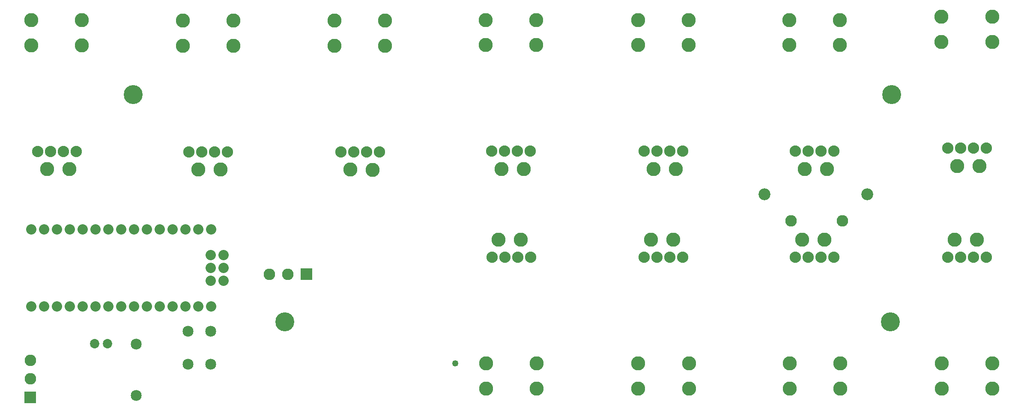
<source format=gbs>
G04 MADE WITH FRITZING*
G04 WWW.FRITZING.ORG*
G04 DOUBLE SIDED*
G04 HOLES PLATED*
G04 CONTOUR ON CENTER OF CONTOUR VECTOR*
%ASAXBY*%
%FSLAX23Y23*%
%MOIN*%
%OFA0B0*%
%SFA1.0B1.0*%
%ADD10C,0.080000*%
%ADD11C,0.110000*%
%ADD12C,0.088000*%
%ADD13C,0.090000*%
%ADD14C,0.049370*%
%ADD15C,0.085000*%
%ADD16C,0.072992*%
%ADD17C,0.147795*%
%ADD18C,0.092000*%
%ADD19C,0.027000*%
%ADD20C,0.025748*%
%ADD21R,0.001000X0.001000*%
%LNMASK0*%
G90*
G70*
G54D10*
X1690Y1541D03*
X1590Y1541D03*
X1490Y1541D03*
X1390Y1541D03*
X1290Y1541D03*
X1190Y1541D03*
X1090Y1541D03*
X990Y1541D03*
X890Y1541D03*
X790Y1541D03*
X690Y1541D03*
X590Y1541D03*
X490Y1541D03*
X390Y1541D03*
X290Y1541D03*
X1690Y941D03*
X1590Y941D03*
X1490Y941D03*
X1390Y941D03*
X1290Y941D03*
X1190Y941D03*
X1090Y941D03*
X990Y941D03*
X890Y941D03*
X790Y941D03*
X690Y941D03*
X590Y941D03*
X490Y941D03*
X390Y941D03*
X290Y941D03*
X1786Y1341D03*
X1686Y1341D03*
X1786Y1241D03*
X1686Y1241D03*
X1786Y1141D03*
X1686Y1141D03*
G54D11*
X413Y2009D03*
G54D12*
X338Y2147D03*
X438Y2147D03*
G54D11*
X586Y2009D03*
G54D12*
X538Y2147D03*
X638Y2147D03*
G54D11*
X684Y2974D03*
X684Y3170D03*
X291Y3170D03*
X291Y2974D03*
X1591Y2005D03*
G54D12*
X1517Y2143D03*
X1617Y2143D03*
G54D11*
X1764Y2005D03*
G54D12*
X1717Y2143D03*
X1817Y2143D03*
G54D11*
X1863Y2970D03*
X1863Y3166D03*
X1469Y3166D03*
X1469Y2970D03*
X4100Y1461D03*
G54D12*
X4175Y1323D03*
X4075Y1323D03*
G54D11*
X3927Y1461D03*
G54D12*
X3975Y1323D03*
X3875Y1323D03*
G54D11*
X3829Y496D03*
X3829Y300D03*
X4223Y300D03*
X4223Y496D03*
X5286Y1461D03*
G54D12*
X5360Y1323D03*
X5260Y1323D03*
G54D11*
X5113Y1461D03*
G54D12*
X5160Y1323D03*
X5060Y1323D03*
G54D11*
X5014Y496D03*
X5014Y300D03*
X5408Y300D03*
X5408Y496D03*
X7497Y2034D03*
G54D12*
X7422Y2172D03*
X7522Y2172D03*
G54D11*
X7670Y2034D03*
G54D12*
X7622Y2172D03*
X7722Y2172D03*
G54D11*
X7768Y2999D03*
X7768Y3195D03*
X7374Y3195D03*
X7374Y2999D03*
X5134Y2010D03*
G54D12*
X5060Y2148D03*
X5160Y2148D03*
G54D11*
X5307Y2009D03*
G54D12*
X5260Y2148D03*
X5360Y2148D03*
G54D11*
X5405Y2975D03*
X5405Y3171D03*
X5012Y3171D03*
X5012Y2975D03*
X6311Y2010D03*
G54D12*
X6237Y2148D03*
X6337Y2148D03*
G54D11*
X6484Y2009D03*
G54D12*
X6437Y2148D03*
X6537Y2148D03*
G54D11*
X6583Y2975D03*
X6583Y3171D03*
X6189Y3171D03*
X6189Y2975D03*
X2773Y2005D03*
G54D12*
X2698Y2143D03*
X2798Y2143D03*
G54D11*
X2946Y2004D03*
G54D12*
X2898Y2143D03*
X2998Y2143D03*
G54D11*
X3044Y2970D03*
X3044Y3166D03*
X2651Y3166D03*
X2651Y2970D03*
X6463Y1461D03*
G54D12*
X6537Y1323D03*
X6437Y1323D03*
G54D11*
X6290Y1461D03*
G54D12*
X6337Y1323D03*
X6237Y1323D03*
G54D11*
X6192Y496D03*
X6192Y300D03*
X6585Y300D03*
X6585Y496D03*
X3948Y2010D03*
G54D12*
X3874Y2148D03*
X3974Y2148D03*
G54D11*
X4122Y2009D03*
G54D12*
X4074Y2148D03*
X4174Y2148D03*
G54D11*
X4220Y2975D03*
X4220Y3171D03*
X3826Y3171D03*
X3826Y2975D03*
X7649Y1461D03*
G54D12*
X7723Y1323D03*
X7623Y1323D03*
G54D11*
X7475Y1461D03*
G54D12*
X7523Y1323D03*
X7423Y1323D03*
G54D11*
X7377Y496D03*
X7377Y300D03*
X7771Y300D03*
X7771Y496D03*
G54D13*
X283Y231D03*
X283Y375D03*
X283Y520D03*
X2431Y1189D03*
X2286Y1189D03*
X2142Y1189D03*
G54D14*
X3591Y497D03*
G54D15*
X1106Y647D03*
X1106Y247D03*
G54D16*
X784Y648D03*
X882Y648D03*
G54D15*
X1508Y489D03*
X1508Y745D03*
X1685Y489D03*
X1685Y745D03*
G54D17*
X1082Y2591D03*
X6985Y2591D03*
X6977Y820D03*
X2263Y820D03*
G54D18*
X5996Y1812D03*
X6796Y1812D03*
G54D13*
X6203Y1605D03*
X6603Y1605D03*
G54D19*
G36*
X1717Y1515D02*
X1664Y1515D01*
X1664Y1568D01*
X1717Y1568D01*
X1717Y1515D01*
G37*
D02*
G54D20*
G36*
X807Y625D02*
X760Y625D01*
X760Y672D01*
X807Y672D01*
X807Y625D01*
G37*
D02*
G54D21*
X2386Y1235D02*
X2475Y1235D01*
X2386Y1234D02*
X2475Y1234D01*
X2386Y1233D02*
X2475Y1233D01*
X2386Y1232D02*
X2475Y1232D01*
X2386Y1231D02*
X2475Y1231D01*
X2386Y1230D02*
X2475Y1230D01*
X2386Y1229D02*
X2475Y1229D01*
X2386Y1228D02*
X2475Y1228D01*
X2386Y1227D02*
X2475Y1227D01*
X2386Y1226D02*
X2475Y1226D01*
X2386Y1225D02*
X2475Y1225D01*
X2386Y1224D02*
X2475Y1224D01*
X2386Y1223D02*
X2475Y1223D01*
X2386Y1222D02*
X2475Y1222D01*
X2386Y1221D02*
X2475Y1221D01*
X2386Y1220D02*
X2475Y1220D01*
X2386Y1219D02*
X2475Y1219D01*
X2386Y1218D02*
X2475Y1218D01*
X2386Y1217D02*
X2475Y1217D01*
X2386Y1216D02*
X2475Y1216D01*
X2386Y1215D02*
X2475Y1215D01*
X2386Y1214D02*
X2475Y1214D01*
X2386Y1213D02*
X2475Y1213D01*
X2386Y1212D02*
X2475Y1212D01*
X2386Y1211D02*
X2475Y1211D01*
X2386Y1210D02*
X2475Y1210D01*
X2386Y1209D02*
X2429Y1209D01*
X2432Y1209D02*
X2475Y1209D01*
X2386Y1208D02*
X2424Y1208D01*
X2437Y1208D02*
X2475Y1208D01*
X2386Y1207D02*
X2422Y1207D01*
X2439Y1207D02*
X2475Y1207D01*
X2386Y1206D02*
X2420Y1206D01*
X2441Y1206D02*
X2475Y1206D01*
X2386Y1205D02*
X2419Y1205D01*
X2442Y1205D02*
X2475Y1205D01*
X2386Y1204D02*
X2417Y1204D01*
X2444Y1204D02*
X2475Y1204D01*
X2386Y1203D02*
X2416Y1203D01*
X2445Y1203D02*
X2475Y1203D01*
X2386Y1202D02*
X2415Y1202D01*
X2446Y1202D02*
X2475Y1202D01*
X2386Y1201D02*
X2415Y1201D01*
X2446Y1201D02*
X2475Y1201D01*
X2386Y1200D02*
X2414Y1200D01*
X2447Y1200D02*
X2475Y1200D01*
X2386Y1199D02*
X2413Y1199D01*
X2448Y1199D02*
X2475Y1199D01*
X2386Y1198D02*
X2413Y1198D01*
X2448Y1198D02*
X2475Y1198D01*
X2386Y1197D02*
X2413Y1197D01*
X2448Y1197D02*
X2475Y1197D01*
X2386Y1196D02*
X2412Y1196D01*
X2449Y1196D02*
X2475Y1196D01*
X2386Y1195D02*
X2412Y1195D01*
X2449Y1195D02*
X2475Y1195D01*
X2386Y1194D02*
X2412Y1194D01*
X2449Y1194D02*
X2475Y1194D01*
X2386Y1193D02*
X2412Y1193D01*
X2449Y1193D02*
X2475Y1193D01*
X2386Y1192D02*
X2411Y1192D01*
X2450Y1192D02*
X2475Y1192D01*
X2386Y1191D02*
X2411Y1191D01*
X2450Y1191D02*
X2475Y1191D01*
X2386Y1190D02*
X2411Y1190D01*
X2450Y1190D02*
X2475Y1190D01*
X2386Y1189D02*
X2411Y1189D01*
X2450Y1189D02*
X2475Y1189D01*
X2386Y1188D02*
X2412Y1188D01*
X2449Y1188D02*
X2475Y1188D01*
X2386Y1187D02*
X2412Y1187D01*
X2449Y1187D02*
X2475Y1187D01*
X2386Y1186D02*
X2412Y1186D01*
X2449Y1186D02*
X2475Y1186D01*
X2386Y1185D02*
X2412Y1185D01*
X2449Y1185D02*
X2475Y1185D01*
X2386Y1184D02*
X2412Y1184D01*
X2449Y1184D02*
X2475Y1184D01*
X2386Y1183D02*
X2413Y1183D01*
X2448Y1183D02*
X2475Y1183D01*
X2386Y1182D02*
X2413Y1182D01*
X2448Y1182D02*
X2475Y1182D01*
X2386Y1181D02*
X2414Y1181D01*
X2447Y1181D02*
X2475Y1181D01*
X2386Y1180D02*
X2414Y1180D01*
X2447Y1180D02*
X2475Y1180D01*
X2386Y1179D02*
X2415Y1179D01*
X2446Y1179D02*
X2475Y1179D01*
X2386Y1178D02*
X2416Y1178D01*
X2445Y1178D02*
X2475Y1178D01*
X2386Y1177D02*
X2417Y1177D01*
X2444Y1177D02*
X2475Y1177D01*
X2386Y1176D02*
X2418Y1176D01*
X2443Y1176D02*
X2475Y1176D01*
X2386Y1175D02*
X2419Y1175D01*
X2442Y1175D02*
X2475Y1175D01*
X2386Y1174D02*
X2421Y1174D01*
X2440Y1174D02*
X2475Y1174D01*
X2386Y1173D02*
X2423Y1173D01*
X2438Y1173D02*
X2475Y1173D01*
X2386Y1172D02*
X2426Y1172D01*
X2435Y1172D02*
X2475Y1172D01*
X2386Y1171D02*
X2475Y1171D01*
X2386Y1170D02*
X2475Y1170D01*
X2386Y1169D02*
X2475Y1169D01*
X2386Y1168D02*
X2475Y1168D01*
X2386Y1167D02*
X2475Y1167D01*
X2386Y1166D02*
X2475Y1166D01*
X2386Y1165D02*
X2475Y1165D01*
X2386Y1164D02*
X2475Y1164D01*
X2386Y1163D02*
X2475Y1163D01*
X2386Y1162D02*
X2475Y1162D01*
X2386Y1161D02*
X2475Y1161D01*
X2386Y1160D02*
X2475Y1160D01*
X2386Y1159D02*
X2475Y1159D01*
X2386Y1158D02*
X2475Y1158D01*
X2386Y1157D02*
X2475Y1157D01*
X2386Y1156D02*
X2475Y1156D01*
X2386Y1155D02*
X2475Y1155D01*
X2386Y1154D02*
X2475Y1154D01*
X2386Y1153D02*
X2475Y1153D01*
X2386Y1152D02*
X2475Y1152D01*
X2386Y1151D02*
X2475Y1151D01*
X2386Y1150D02*
X2475Y1150D01*
X2386Y1149D02*
X2475Y1149D01*
X2386Y1148D02*
X2475Y1148D01*
X2386Y1147D02*
X2475Y1147D01*
X2386Y1146D02*
X2475Y1146D01*
X239Y277D02*
X327Y277D01*
X238Y276D02*
X327Y276D01*
X238Y275D02*
X327Y275D01*
X238Y274D02*
X327Y274D01*
X238Y273D02*
X327Y273D01*
X238Y272D02*
X327Y272D01*
X238Y271D02*
X327Y271D01*
X238Y270D02*
X327Y270D01*
X238Y269D02*
X327Y269D01*
X238Y268D02*
X327Y268D01*
X238Y267D02*
X327Y267D01*
X238Y266D02*
X327Y266D01*
X238Y265D02*
X327Y265D01*
X238Y264D02*
X327Y264D01*
X238Y263D02*
X327Y263D01*
X238Y262D02*
X327Y262D01*
X238Y261D02*
X327Y261D01*
X238Y260D02*
X327Y260D01*
X238Y259D02*
X327Y259D01*
X238Y258D02*
X327Y258D01*
X238Y257D02*
X327Y257D01*
X238Y256D02*
X327Y256D01*
X238Y255D02*
X327Y255D01*
X238Y254D02*
X327Y254D01*
X238Y253D02*
X327Y253D01*
X238Y252D02*
X327Y252D01*
X238Y251D02*
X327Y251D01*
X238Y250D02*
X277Y250D01*
X288Y250D02*
X327Y250D01*
X238Y249D02*
X274Y249D01*
X291Y249D02*
X327Y249D01*
X238Y248D02*
X272Y248D01*
X293Y248D02*
X327Y248D01*
X238Y247D02*
X271Y247D01*
X295Y247D02*
X327Y247D01*
X238Y246D02*
X270Y246D01*
X296Y246D02*
X327Y246D01*
X238Y245D02*
X269Y245D01*
X297Y245D02*
X327Y245D01*
X238Y244D02*
X268Y244D01*
X298Y244D02*
X327Y244D01*
X238Y243D02*
X267Y243D01*
X298Y243D02*
X327Y243D01*
X238Y242D02*
X267Y242D01*
X299Y242D02*
X327Y242D01*
X238Y241D02*
X266Y241D01*
X300Y241D02*
X327Y241D01*
X238Y240D02*
X265Y240D01*
X300Y240D02*
X327Y240D01*
X238Y239D02*
X265Y239D01*
X301Y239D02*
X327Y239D01*
X238Y238D02*
X265Y238D01*
X301Y238D02*
X327Y238D01*
X238Y237D02*
X264Y237D01*
X301Y237D02*
X327Y237D01*
X238Y236D02*
X264Y236D01*
X302Y236D02*
X327Y236D01*
X238Y235D02*
X264Y235D01*
X302Y235D02*
X327Y235D01*
X238Y234D02*
X264Y234D01*
X302Y234D02*
X327Y234D01*
X238Y233D02*
X264Y233D01*
X302Y233D02*
X327Y233D01*
X238Y232D02*
X263Y232D01*
X302Y232D02*
X327Y232D01*
X238Y231D02*
X264Y231D01*
X302Y231D02*
X327Y231D01*
X238Y230D02*
X264Y230D01*
X302Y230D02*
X327Y230D01*
X238Y229D02*
X264Y229D01*
X302Y229D02*
X327Y229D01*
X238Y228D02*
X264Y228D01*
X302Y228D02*
X327Y228D01*
X238Y227D02*
X264Y227D01*
X301Y227D02*
X327Y227D01*
X238Y226D02*
X265Y226D01*
X301Y226D02*
X327Y226D01*
X238Y225D02*
X265Y225D01*
X301Y225D02*
X327Y225D01*
X238Y224D02*
X265Y224D01*
X300Y224D02*
X327Y224D01*
X238Y223D02*
X266Y223D01*
X300Y223D02*
X327Y223D01*
X238Y222D02*
X267Y222D01*
X299Y222D02*
X327Y222D01*
X238Y221D02*
X267Y221D01*
X298Y221D02*
X327Y221D01*
X238Y220D02*
X268Y220D01*
X298Y220D02*
X327Y220D01*
X238Y219D02*
X269Y219D01*
X297Y219D02*
X327Y219D01*
X238Y218D02*
X270Y218D01*
X296Y218D02*
X327Y218D01*
X238Y217D02*
X271Y217D01*
X295Y217D02*
X327Y217D01*
X238Y216D02*
X272Y216D01*
X293Y216D02*
X327Y216D01*
X238Y215D02*
X274Y215D01*
X291Y215D02*
X327Y215D01*
X238Y214D02*
X277Y214D01*
X288Y214D02*
X327Y214D01*
X238Y213D02*
X327Y213D01*
X238Y212D02*
X327Y212D01*
X238Y211D02*
X327Y211D01*
X238Y210D02*
X327Y210D01*
X238Y209D02*
X327Y209D01*
X238Y208D02*
X327Y208D01*
X238Y207D02*
X327Y207D01*
X238Y206D02*
X327Y206D01*
X238Y205D02*
X327Y205D01*
X238Y204D02*
X327Y204D01*
X238Y203D02*
X327Y203D01*
X238Y202D02*
X327Y202D01*
X238Y201D02*
X327Y201D01*
X238Y200D02*
X327Y200D01*
X238Y199D02*
X327Y199D01*
X238Y198D02*
X327Y198D01*
X238Y197D02*
X327Y197D01*
X238Y196D02*
X327Y196D01*
X238Y195D02*
X327Y195D01*
X238Y194D02*
X327Y194D01*
X238Y193D02*
X327Y193D01*
X238Y192D02*
X327Y192D01*
X238Y191D02*
X327Y191D01*
X238Y190D02*
X327Y190D01*
X238Y189D02*
X327Y189D01*
X238Y188D02*
X327Y188D01*
D02*
G04 End of Mask0*
M02*
</source>
